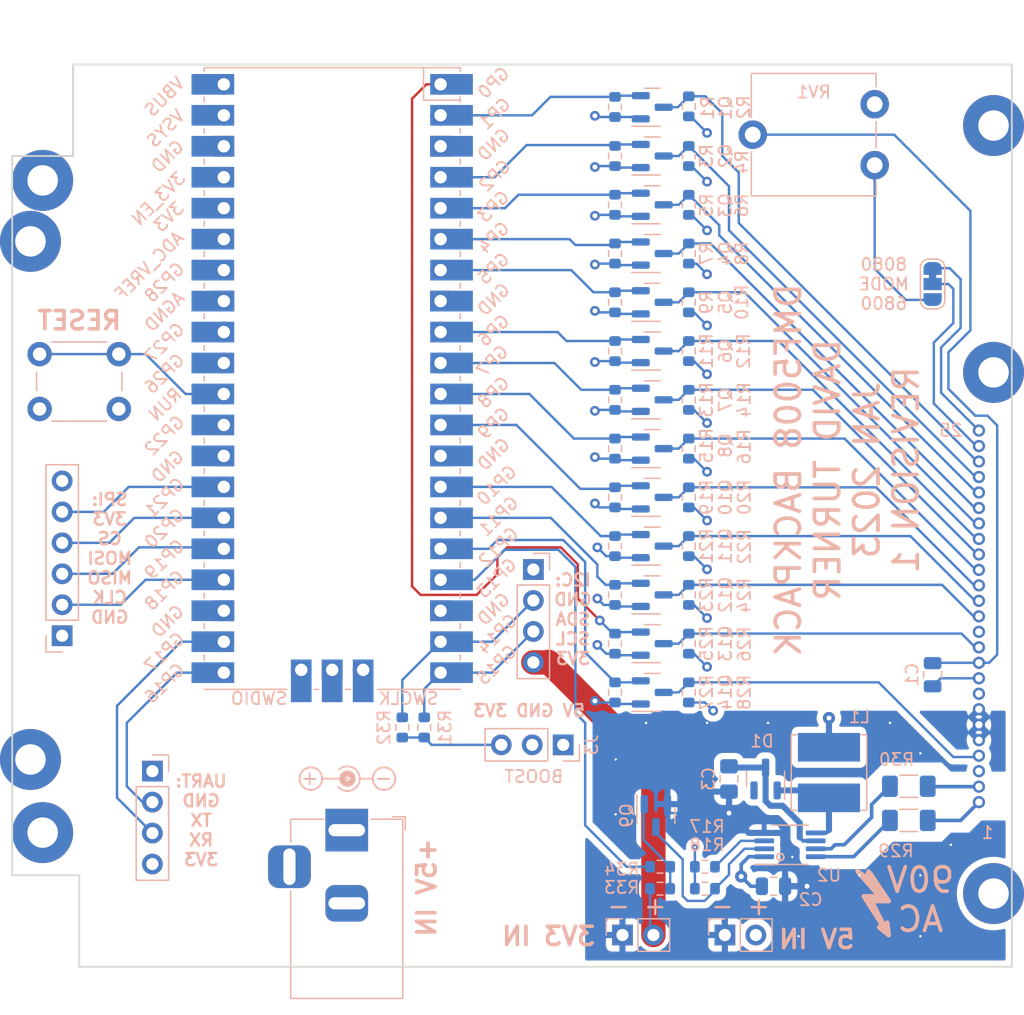
<source format=kicad_pcb>
(kicad_pcb (version 20211014) (generator pcbnew)
  (layers (0 "F.Cu" signal) (1 "In1.Cu" signal) (2 "In2.Cu" signal) (31 "B.Cu" signal) (34 "B.Paste" user) (35 "F.Paste" user) (36 "B.SilkS" user "B.Silkscreen") (37 "F.SilkS" user "F.Silkscreen") (38 "B.Mask" user) (39 "F.Mask" user) (44 "Edge.Cuts" user))
  (net 0 "")
  (net 1 "/V0")
  (net 2 "GND")
  (net 3 "+5V")
  (net 4 "/EL_A")
  (net 5 "/EL_B")
  (net 6 "/LCD_5V_RES")
  (net 7 "/LCD_5V_CS")
  (net 8 "/LCD_5V_D7")
  (net 9 "/LCD_5V_D6")
  (net 10 "/LCD_5V_D5")
  (net 11 "/LCD_5V_D4")
  (net 12 "/LCD_5V_D3")
  (net 13 "/LCD_5V_D2")
  (net 14 "/LCD_5V_D1")
  (net 15 "/LCD_5V_D0")
  (net 16 "/LCD_5V_RD")
  (net 17 "/LCD_5V_WR")
  (net 18 "/LCD_5V_A0")
  (net 19 "+3V3")
  (net 20 "/LCD_RES")
  (net 21 "/LCD_D2")
  (net 22 "/LCD_CS")
  (net 23 "Net-(JP1-Pad2)")
  (net 24 "/LCD_D1")
  (net 25 "/LCD_D7")
  (net 26 "/LCD_D0")
  (net 27 "/LCD_D6")
  (net 28 "/LCD_RD")
  (net 29 "/LCD_D5")
  (net 30 "/LCD_WR")
  (net 31 "/LCD_D4")
  (net 32 "/LCD_A0")
  (net 33 "/LCD_D3")
  (net 34 "Net-(R17-Pad1)")
  (net 35 "/I2C_SDA")
  (net 36 "/I2C_SCL")
  (net 37 "/UART_TX")
  (net 38 "/UART_RX")
  (net 39 "/SPI_CLK")
  (net 40 "/SPI_MISO")
  (net 41 "/SPI_MOSI")
  (net 42 "/SPI_CS")
  (net 44 "/RUN")
  (net 54 "/EL_ENABLE")
  (net 55 "Net-(C3-Pad1)")
  (net 56 "Net-(D1-Pad1)")
  (net 59 "Net-(Q9-Pad1)")
  (net 60 "Net-(R29-Pad1)")
  (net 61 "Net-(R30-Pad1)")
  (net 62 "Net-(Q9-Pad3)")
  (footprint "footprints:lcd_full" (layer "B.Cu") (at 185 135 180)
    (fp_text reference "P1" hide)
    (fp_text value "CONN_01X25" hide)
  )
  (footprint "Package_TO_SOT_SMD:SOT-23" (layer "B.Cu") (at 155.5 92.5)
    (fp_text reference "Q8")
    (fp_text value "BSS138")
  )
  (footprint "Resistor_SMD:R_0603_1608Metric" (layer "B.Cu") (at 152.45 100.5 90)
    (fp_text reference "R21")
    (fp_text value "10k")
  )
  (footprint "Package_TO_SOT_SMD:SOT-23" (layer "B.Cu") (at 155.8 122.6 -90)
    (fp_text reference "Q9")
    (fp_text value "BSS138")
  )
  (footprint "Button_Switch_THT:SW_PUSH_6mm" (layer "B.Cu") (at 105.25 89.25)
    (fp_text reference "SW1" hide)
    (fp_text value "RESET")
  )
  (footprint "Resistor_SMD:R_0603_1608Metric" (layer "B.Cu") (at 152.45 68.5 90)
    (fp_text reference "R3")
    (fp_text value "10k")
  )
  (footprint "Resistor_SMD:R_0603_1608Metric" (layer "B.Cu") (at 158.5 68.5 90)
    (fp_text reference "R4")
    (fp_text value "10k")
  )
  (footprint "Resistor_SMD:R_0603_1608Metric" (layer "B.Cu") (at 158.5 112.5 90)
    (fp_text reference "R28")
    (fp_text value "10k")
  )
  (footprint "Resistor_SMD:R_0603_1608Metric" (layer "B.Cu") (at 156.15 126.8 180)
    (fp_text reference "R34")
    (fp_text value "1k")
  )
  (footprint "Connector_PinHeader_2.54mm:PinHeader_1x04_P2.54mm_Vertical" (layer "B.Cu") (at 145.75 102.42 180)
    (fp_text reference "J6" hide)
    (fp_text value "CONN_I2C")
  )
  (footprint "Resistor_SMD:R_0603_1608Metric" (layer "B.Cu") (at 152.45 76.5 90)
    (fp_text reference "R7")
    (fp_text value "10k")
  )
  (footprint "Connector_PinHeader_2.54mm:PinHeader_1x02_P2.54mm_Vertical" (layer "B.Cu") (at 161.46 132.4 -90)
    (fp_text reference "J1" hide)
    (fp_text value "5V IN")
  )
  (footprint "Connector_BarrelJack:BarrelJack_Horizontal" (layer "B.Cu") (at 130.4425 123.8 90)
    (fp_text reference "J4" hide)
    (fp_text value "Barrel_Jack_Switch" hide)
  )
  (footprint "Resistor_SMD:R_0603_1608Metric" (layer "B.Cu") (at 158.5 104.5 90)
    (fp_text reference "R24")
    (fp_text value "10k")
  )
  (footprint "Resistor_SMD:R_0603_1608Metric" (layer "B.Cu") (at 158.5 100.5 90)
    (fp_text reference "R22")
    (fp_text value "10k")
  )
  (footprint "Resistor_SMD:R_0603_1608Metric" (layer "B.Cu") (at 152.45 108.5 90)
    (fp_text reference "R25")
    (fp_text value "10k")
  )
  (footprint "Package_TO_SOT_SMD:SOT-23" (layer "B.Cu") (at 155.5 80.5)
    (fp_text reference "Q5")
    (fp_text value "BSS138")
  )
  (footprint "Resistor_SMD:R_0603_1608Metric" (layer "B.Cu") (at 158.5 80.5 90)
    (fp_text reference "R10")
    (fp_text value "10k")
  )
  (footprint "Resistor_SMD:R_0603_1608Metric" (layer "B.Cu") (at 159.825 128.6)
    (fp_text reference "R18")
    (fp_text value "330k")
  )
  (footprint "Resistor_SMD:R_0603_1608Metric" (layer "B.Cu") (at 136.8 115.375 90)
    (fp_text reference "R31")
    (fp_text value "10k")
  )
  (footprint "Capacitor_SMD:C_0805_2012Metric" (layer "B.Cu") (at 165.45 128.4)
    (fp_text reference "C2")
    (fp_text value "2u2")
  )
  (footprint "Package_TO_SOT_SMD:SOT-23" (layer "B.Cu") (at 155.5 64.5)
    (fp_text reference "Q1")
    (fp_text value "BSS138")
  )
  (footprint "Resistor_SMD:R_0603_1608Metric" (layer "B.Cu") (at 156.15 128.6)
    (fp_text reference "R33")
    (fp_text value "10k")
  )
  (footprint "Resistor_SMD:R_0603_1608Metric" (layer "B.Cu") (at 152.45 88.5 90)
    (fp_text reference "R13")
    (fp_text value "10k")
  )
  (footprint "Connector_PinHeader_2.54mm:PinHeader_1x06_P2.54mm_Vertical" (layer "B.Cu") (at 107.1 107.85)
    (fp_text reference "J5" hide)
    (fp_text value "CONN_SPI")
  )
  (footprint "Package_TO_SOT_SMD:SOT-23" (layer "B.Cu") (at 155.5 88.5)
    (fp_text reference "Q7")
    (fp_text value "BSS138")
  )
  (footprint "Resistor_SMD:R_0603_1608Metric" (layer "B.Cu") (at 152.45 92.5 90)
    (fp_text reference "R15")
    (fp_text value "10k")
  )
  (footprint "Package_TO_SOT_SMD:SOT-23" (layer "B.Cu") (at 155.5 72.5)
    (fp_text reference "Q3")
    (fp_text value "BSS138")
  )
  (footprint "Resistor_SMD:R_1206_3216Metric_Pad1.30x1.75mm_HandSolder" (layer "B.Cu") (at 176.55 120.2)
    (fp_text reference "R30")
    (fp_text value "0R")
  )
  (footprint "Resistor_SMD:R_1206_3216Metric_Pad1.30x1.75mm_HandSolder" (layer "B.Cu") (at 176.55 123)
    (fp_text reference "R29")
    (fp_text value "0R")
  )
  (footprint "Resistor_SMD:R_0603_1608Metric" (layer "B.Cu") (at 158.5 64.425 90)
    (fp_text reference "R2")
    (fp_text value "10k")
  )
  (footprint "Resistor_SMD:R_0603_1608Metric" (layer "B.Cu") (at 152.45 80.5 90)
    (fp_text reference "R9")
    (fp_text value "10k")
  )
  (footprint "Resistor_SMD:R_0603_1608Metric" (layer "B.Cu") (at 158.5 72.5 90)
    (fp_text reference "R6")
    (fp_text value "10k")
  )
  (footprint "Package_TO_SOT_SMD:SOT-23" (layer "B.Cu") (at 155.5 76.5)
    (fp_text reference "Q4")
    (fp_text value "BSS138")
  )
  (footprint "Package_TO_SOT_SMD:SOT-23" (layer "B.Cu") (at 155.5 68.5)
    (fp_text reference "Q2")
    (fp_text value "BSS138")
  )
  (footprint "Connector_PinHeader_2.54mm:PinHeader_1x03_P2.54mm_Vertical" (layer "B.Cu") (at 148.2 116.8 90)
    (fp_text reference "J3")
    (fp_text value "BOOST")
  )
  (footprint "Capacitor_SMD:C_0805_2012Metric" (layer "B.Cu") (at 178.5 111.05 -90)
    (fp_text reference "C1")
    (fp_text value "1uF")
  )
  (footprint "Package_TO_SOT_SMD:SOT-23" (layer "B.Cu") (at 155.5 100.5)
    (fp_text reference "Q11")
    (fp_text value "BSS138")
  )
  (footprint "Symbol:Symbol_Barrel_Polarity" (layer "B.Cu") (at 130.5 119.5 180)
    (fp_text reference "SYM2" hide)
    (fp_text value "Fiducial")
  )
  (footprint "Resistor_SMD:R_0603_1608Metric" (layer "B.Cu") (at 158.5 108.5 90)
    (fp_text reference "R26")
    (fp_text value "10k")
  )
  (footprint "Resistor_SMD:R_0603_1608Metric" (layer "B.Cu") (at 152.45 64.475 90)
    (fp_text reference "R1")
    (fp_text value "10k")
  )
  (footprint "Potentiometer_THT:Potentiometer_ACP_CA9-V10_Vertical" (layer "B.Cu") (at 173.75 69.25 180)
    (fp_text reference "RV1")
    (fp_text value "10k TRIM")
  )
  (footprint "Capacitor_SMD:C_0805_2012Metric_Pad1.18x1.45mm_HandSolder" (layer "B.Cu") (at 161.8 119.6 -90)
    (fp_text reference "C3")
    (fp_text value "2.7n C0G 200V")
  )
  (footprint "Resistor_SMD:R_0603_1608Metric" (layer "B.Cu") (at 158.5 92.5 90)
    (fp_text reference "R16")
    (fp_text value "10k")
  )
  (footprint "Resistor_SMD:R_0603_1608Metric" (layer "B.Cu") (at 159.825 126.8 180)
    (fp_text reference "R17")
    (fp_text value "680k")
  )
  (footprint "Symbol:Symbol_Highvoltage_Type2_CopperTop_Small" (layer "B.Cu") (at 173.5 130.5 180)
    (fp_text reference "SYM1" hide)
    (fp_text value "SYM_Flash_Large")
  )
  (footprint "Package_TO_SOT_SMD:SOT-23" (layer "B.Cu") (at 155.5 112.5)
    (fp_text reference "Q14")
    (fp_text value "BSS138")
  )
  (footprint "Resistor_SMD:R_0603_1608Metric" (layer "B.Cu") (at 152.45 104.5 90)
    (fp_text reference "R23")
    (fp_text value "10k")
  )
  (footprint "Resistor_SMD:R_0603_1608Metric" (layer "B.Cu") (at 152.45 84.5 90)
    (fp_text reference "R11")
    (fp_text value "10k")
  )
  (footprint "Resistor_SMD:R_0603_1608Metric" (layer "B.Cu") (at 158.5 84.5 90)
    (fp_text reference "R12")
    (fp_text value "10k")
  )
  (footprint "Connector_PinHeader_2.54mm:PinHeader_1x04_P2.54mm_Vertical" (layer "B.Cu") (at 114.5 118.96 180)
    (fp_text reference "J7" hide)
    (fp_text value "CONN_UART")
  )
  (footprint "Package_TO_SOT_SMD:SOT-23" (layer "B.Cu") (at 155.5 84.5)
    (fp_text reference "Q6")
    (fp_text value "BSS138")
  )
  (footprint "Package_TO_SOT_SMD:SOT-23" (layer "B.Cu") (at 155.5 108.5)
    (fp_text reference "Q13")
    (fp_text value "BSS138")
  )
  (footprint "Resistor_SMD:R_0603_1608Metric" (layer "B.Cu") (at 158.5 76.5 90)
    (fp_text reference "R8")
    (fp_text value "10k")
  )
  (footprint "Connector_PinHeader_2.54mm:PinHeader_1x02_P2.54mm_Vertical" (layer "B.Cu") (at 153.06 132.4 -90)
    (fp_text reference "J2" hide)
    (fp_text value "3V3 IN")
  )
  (footprint "Jumper:SolderJumper-3_P1.3mm_Bridged12_RoundedPad1.0x1.5mm_NumberLabels" (layer "B.Cu") (at 178.5 79 -90)
    (fp_text reference "JP1" hide)
    (fp_text value "SEL1")
  )
  (footprint "rp:RPi_Pico_SMD_TH" (layer "B.Cu") (at 129.25 86.75 180)
    (fp_text reference "U1" hide)
    (fp_text value "Pico")
  )
  (footprint "Package_TO_SOT_SMD:SOT-23" (layer "B.Cu") (at 155.5 104.5)
    (fp_text reference "Q12")
    (fp_text value "BSS138")
  )
  (footprint "Resistor_SMD:R_0603_1608Metric" (layer "B.Cu") (at 152.45 72.5 90)
    (fp_text reference "R5")
    (fp_text value "10k")
  )
  (footprint "Resistor_SMD:R_0603_1608Metric" (layer "B.Cu") (at 152.45 96.5 90)
    (fp_text reference "R19")
    (fp_text value "10k")
  )
  (footprint "Inductor_SMD:L_Bourns_SRN6045TA" (layer "B.Cu") (at 170 119.075 -90)
    (fp_text reference "L1")
    (fp_text value "Bourns SDR0604-221KL")
  )
  (footprint "Resistor_SMD:R_0603_1608Metric" (layer "B.Cu") (at 158.5 88.5 90)
    (fp_text reference "R14")
    (fp_text value "10k")
  )
  (footprint "Package_TO_SOT_SMD:SOT-23" (layer "B.Cu") (at 164.8 119.6 90)
    (fp_text reference "D1")
    (fp_text value "BAS20")
  )
  (footprint "Resistor_SMD:R_0603_1608Metric" (layer "B.Cu") (at 158.5 96.5 90)
    (fp_text reference "R20")
    (fp_text value "10k")
  )
  (footprint "Resistor_SMD:R_0603_1608Metric" (layer "B.Cu") (at 135 115.375 90)
    (fp_text reference "R32")
    (fp_text value "10k")
  )
  (footprint "Package_SO:MSOP-8_3x3mm_P0.65mm" (layer "B.Cu") (at 166.8 125)
    (fp_text reference "U2")
    (fp_text value "MIC4830")
  )
  (footprint "Package_TO_SOT_SMD:SOT-23" (layer "B.Cu") (at 155.5 96.5)
    (fp_text reference "Q10")
    (fp_text value "BSS138")
  )
  (footprint "Resistor_SMD:R_0603_1608Metric" (layer "B.Cu") (at 152.45 112.5 90)
    (fp_text reference "R27")
    (fp_text value "10k")
  )
  (gr_line (start 108.5 127.5) (end 103 127.5) (layer "Edge.Cuts") (width 0.15))
  (gr_line (start 185 61) (end 185 135) (layer "Edge.Cuts") (width 0.15))
  (gr_line (start 103 68.5) (end 108 68.5) (layer "Edge.Cuts") (width 0.15))
  (gr_line (start 108 68.5) (end 108 61) (layer "Edge.Cuts") (width 0.15))
  (gr_line (start 108.5 135) (end 108.5 127.5) (layer "Edge.Cuts") (width 0.15))
  (gr_line (start 108 61) (end 185 61) (layer "Edge.Cuts") (width 0.15))
  (gr_line (start 185 135) (end 108.5 135) (layer "Edge.Cuts") (width 0.15))
  (gr_line (start 103 127.5) (end 103 68.5) (layer "Edge.Cuts") (width 0.15))
  (gr_text "90V\nAC" (at 177.5 129.5) (layer "B.SilkS") (effects (font (size 2 2) (thickness 0.3)) (justify mirror)))
  (gr_text "UART:\nGND\nTX\nRX\n3V3" (at 118.5 123) (layer "B.SilkS") (effects (font (size 1 1) (thickness 0.2)) (justify mirror)))
  (gr_text "-     +" (at 134.3 119.5) (layer "B.SilkS") (effects (font (size 1.2 1.2)) (justify left mirror)))
  (gr_text "8080\nMODE\n6800" (at 174.5 79) (layer "B.SilkS") (effects (font (size 1 1)) (justify mirror)))
  (gr_text "SPI:\n3V3\nCS\nMOSI\nMISO\nCLK\nGND" (at 111 101.5) (layer "B.SilkS") (effects (font (size 1 1) (thickness 0.2)) (justify mirror)))
  (gr_text "5V GND 3V3" (at 145.4 114) (layer "B.SilkS") (effects (font (size 1 1) (thickness 0.2)) (justify mirror)))
  (gr_text "+ -" (at 154.25 130) (layer "B.SilkS") (effects (font (size 1.5 1.5) (thickness 0.2)) (justify mirror)))
  (gr_text "+ -" (at 162.75 130) (layer "B.SilkS") (effects (font (size 1.5 1.5) (thickness 0.2)) (justify mirror)))
  (gr_text "DMF5008 BACKPACK\nDAVID TURNER\nJAN 2023\nREVISION 1" (at 171.5 94.25 90) (layer "B.SilkS") (effects (font (size 2 2) (thickness 0.3)) (justify mirror)))
  (gr_text "+5V IN" (at 137 128.5 90) (layer "B.SilkS") (effects (font (size 1.5 1.5) (thickness 0.3)) (justify mirror)))
  (gr_text "I2C:\nGND\nSDA\nSCL\n3V3" (at 149 106.5) (layer "B.SilkS") (effects (font (size 1 1) (thickness 0.2)) (justify mirror)))
  (segment (start 182 89.8) (end 179.8 87.6) (width 0.2) (layer "B.Cu") (net 1))
  (segment (start 178.53 110.07) (end 182.3 110.07) (width 0.2) (layer "B.Cu") (net 1))
  (segment (start 179.8 87.6) (end 179.8 84.6) (width 0.2) (layer "B.Cu") (net 1))
  (segment (start 179.8 84.6) (end 181.6 82.8) (width 0.2) (layer "B.Cu") (net 1))
  (segment (start 182.3 110.07) (end 183.13 110.07) (width 0.2) (layer "B.Cu") (net 1))
  (segment (start 178.5 110.1) (end 178.53 110.07) (width 0.2) (layer "B.Cu") (net 1))
  (segment (start 175.35 66.75) (end 181.6 73) (width 0.2) (layer "B.Cu") (net 1))
  (segment (start 181.6 82.8) (end 181.6 73) (width 0.2) (layer "B.Cu") (net 1))
  (segment (start 183 89.8) (end 182 89.8) (width 0.2) (layer "B.Cu") (net 1))
  (segment (start 183.8 90.6) (end 183 89.8) (width 0.2) (layer "B.Cu") (net 1))
  (segment (start 163.75 66.75) (end 175.35 66.75) (width 0.2) (layer "B.Cu") (net 1))
  (segment (start 183.8 109.4) (end 183.8 90.6) (width 0.2) (layer "B.Cu") (net 1))
  (segment (start 183.13 110.07) (end 183.8 109.4) (width 0.2) (layer "B.Cu") (net 1))
  (via (at 160 115) (size 0.45) (drill 0.2) (layers "F.Cu" "B.Cu") (net 2))
  (via (at 165 115) (size 0.45) (drill 0.2) (layers "F.Cu" "B.Cu") (net 2))
  (via (at 172.5 127.5) (size 0.45) (drill 0.2) (layers "F.Cu" "B.Cu") (net 2))
  (via (at 168.2 128.4) (size 1) (drill 0.4) (layers "F.Cu" "B.Cu") (net 2))
  (via (at 180 125) (size 0.45) (drill 0.2) (layers "F.Cu" "B.Cu") (net 2))
  (via (at 152.5 122.5) (size 0.45) (drill 0.2) (layers "F.Cu" "B.Cu") (net 2))
  (via (at 177.5 117.5) (size 0.45) (drill 0.2) (layers "F.Cu" "B.Cu") (net 2))
  (via (at 152.5 118) (size 0.45) (drill 0.2) (layers "F.Cu" "B.Cu") (net 2))
  (via (at 175 115) (size 0.45) (drill 0.2) (layers "F.Cu" "B.Cu") (net 2))
  (via (at 161.8 122.4) (size 1) (drill 0.4) (layers "F.Cu" "B.Cu") (net 2))
  (via (at 177.5 127.5) (size 0.45) (drill 0.2) (layers "F.Cu" "B.Cu") (net 2))
  (via (at 167 126) (size 0.45) (drill 0.2) (layers "F.Cu" "B.Cu") (net 2))
  (via (at 167.5 132.5) (size 0.45) (drill 0.2) (layers "F.Cu" "B.Cu") (net 2))
  (via (at 177.5 132.5) (size 0.45) (drill 0.2) (layers "F.Cu" "B.Cu") (net 2))
  (via (at 155 115) (size 0.45) (drill 0.2) (layers "F.Cu" "B.Cu") (net 2))
  (segment (start 166.175 124.025) (end 166.2 124) (width 0.5) (layer "B.Cu") (net 2))
  (segment (start 156.8 121.7125) (end 156.8 122.2) (width 0.2) (layer "B.Cu") (net 2))
  (segment (start 156.75 120.25) (end 156.5 120) (width 0.2) (layer "B.Cu") (net 2))
  (segment (start 165 116.25) (end 166.25 117.5) (width 0.2) (layer "B.Cu") (net 2))
  (segment (start 166.25 117.5) (end 166.25 118.75) (width 0.2) (layer "B.Cu") (net 2))
  (segment (start 153.5 120) (end 152.5 121) (width 0.2) (layer "B.Cu") (net 2))
  (segment (start 166 134) (end 167.5 132.5) (width 0.2) (layer "B.Cu") (net 2))
  (segment (start 161.8 120.6375) (end 161.8 122.4) (width 0.5) (layer "B.Cu") (net 2))
  (segment (start 156.5 120) (end 153.5 120) (width 0.2) (layer "B.Cu") (net 2))
  (segment (start 180.8 82.6) (end 179.2 84.2) (width 0.2) (layer "B.Cu") (net 2))
  (segment (start 179.9 77.7) (end 180.8 78.6) (width 0.2) (layer "B.Cu") (net 2))
  (segment (start 175 117.25) (end 177.25 117.25) (width 0.2) (layer "B.Cu") (net 2))
  (segment (start 164.6875 124.025) (end 166.175 124.025) (width 0.5) (layer "B.Cu") (net 2))
  (segment (start 164.6875 124.025) (end 163.425 124.025) (width 0.5) (layer "B.Cu") (net 2))
  (segment (start 179.2 87.92) (end 182.3 91.02) (width 0.2) (layer "B.Cu") (net 2))
  (segment (start 166.2 124) (end 166.2 125.2) (width 0.3) (layer "B.Cu") (net 2))
  (segment (start 177.5 127.5) (end 180 125) (width 0.2) (layer "B.Cu") (net 2))
  (segment (start 166.4 128.4) (end 168.2 128.4) (width 0.5) (layer "B.Cu") (net 2))
  (segment (start 156.75 121.6625) (end 156.75 120.25) (width 0.2) (layer "B.Cu") (net 2))
  (segment (start 152.5 117.5) (end 155 115) (width 0.2) (layer "B.Cu") (net 2))
  (segment (start 155 115) (end 160 115) (width 0.2) (layer "B.Cu") (net 2))
  (segment (start 174 118.25) (end 175 117.25) (width 0.2) (layer "B.Cu") (net 2))
  (segment (start 157 122.4) (end 161.8 122.4) (width 0.2) (layer "B.Cu") (net 2))
  (segment (start 180.8 78.6) (end 180.8 82.6) (width 0.2) (layer "B.Cu") (net 2))
  (segment (start 166.5 119) (end 173.25 119) (width 0.2) (layer "B.Cu") (net 2))
  (segment (start 173.25 119) (end 174 118.25) (width 0.2) (layer "B.Cu") (net 2))
  (segment (start 177.5 127.5) (end 172.5 127.5) (width 0.2) (layer "B.Cu") (net 2))
  (segment (start 161.46 132.4) (end 161.46 133.86) (width 0.2) (layer "B.Cu") (net 2))
  (segment (start 161.6 134) (end 165.4 134) (width 0.2) (layer "B.Cu") (net 2))
  (segment (start 177.5 132.5) (end 177.5 127.5) (width 0.2) (layer "B.Cu") (net 2))
  (segment (start 167.5 132.5) (end 177.5 132.5) (width 0.2) (layer "B.Cu") (net 2))
  (segment (start 165 115) (end 165 116.25) (width 0.2) (layer "B.Cu") (net 2))
  (segment (start 160 115) (end 165 115) (width 0.2) (layer "B.Cu") (net 2))
  (segment (start 163.425 124.025) (end 161.8 122.4) (width 0.5) (layer "B.Cu") (net 2))
  (segment (start 178.5 112) (end 179.16 111.34) (width 0.2) (layer "B.Cu") (net 2))
  (segment (start 156.75 121.6625) (end 156.8 121.7125) (width 0.2) (layer "B.Cu") (net 2))
  (segment (start 152.5 121) (end 152.5 122.5) (width 0.2) (layer "B.Cu") (net 2))
  (segment (start 178.5 77.7) (end 179.9 77.7) (width 0.2) (layer "B.Cu") (net 2))
  (segment (start 166.2 125.2) (end 167 126) (width 0.3) (layer "B.Cu") (net 2))
  (segment (start 179.16 111.34) (end 182.3 111.34) (width 0.2) (layer "B.Cu") (net 2))
  (segment (start 156.8 122.2) (end 157 122.4) (width 0.2) (layer "B.Cu") (net 2))
  (segment (start 177.25 117.25) (end 177.5 117.5) (width 0.2) (layer "B.Cu") (net 2))
  (segment (start 152.5 118) (end 152.5 117.5) (width 0.2) (layer "B.Cu") (net 2))
  (segment (start 161.46 133.86) (end 161.6 134) (width 0.2) (layer "B.Cu") (net 2))
  (segment (start 152.5 122.5) (end 152.5 118) (width 0.2) (layer "B.Cu") (net 2))
  (segment (start 166.25 118.75) (end 166.5 119) (width 0.2) (layer "B.Cu") (net 2))
  (segment (start 175 117.25) (end 175 115) (width 0.2) (layer "B.Cu") (net 2))
  (segment (start 165.4 134) (end 166 134) (width 0.2) (layer "B.Cu") (net 2))
  (segment (start 179.2 84.2) (end 179.2 87.92) (width 0.2) (layer "B.Cu") (net 2))
  (via (at 159 125.2) (size 0.45) (drill 0.2) (layers "F.Cu" "B.Cu") (net 3))
  (via (at 160 94.4) (size 0.8) (drill 0.4) (layers "F.Cu" "B.Cu") (net 3))
  (via (at 170 114.6) (size 1) (drill 0.4) (layers "F.Cu" "B.Cu") (net 3))
  (via (at 160 78.2) (size 0.8) (drill 0.4) (layers "F.Cu" "B.Cu") (net 3))
  (via (at 160 110.4) (size 0.8) (drill 0.4) (layers "F.Cu" "B.Cu") (net 3))
  (via (at 160 74.6) (size 0.8) (drill 0.4) (layers "F.Cu" "B.Cu") (net 3))
  (via (at 160 82.4) (size 0.8) (drill 0.4) (layers "F.Cu" "B.Cu") (net 3))
  (via (at 160.5 114) (size 0.8) (drill 0.4) (layers "F.Cu" "B.Cu") (net 3))
  (via (at 160 66.6) (size 0.8) (drill 0.4) (layers "F.Cu" "B.Cu") (net 3))
  (via (at 160 98.4) (size 0.8) (drill 0.4) (layers "F.Cu" "B.Cu") (net 3))
  (via (at 160 106.4) (size 0.8) (drill 0.4) (layers "F.Cu" "B.Cu") (net 3))
  (via (at 160 70.6) (size 0.8) (drill 0.4) (layers "F.Cu" "B.Cu") (net 3))
  (via (at 160 90.4) (size 0.8) (drill 0.4) (layers "F.Cu" "B.Cu") (net 3))
  (via (at 160 102.4) (size 0.8) (drill 0.4) (layers "F.Cu" "B.Cu") (net 3))
  (via (at 162.8 127.6) (size 1) (drill 0.4) (layers "F.Cu" "B.Cu") (net 3))
  (via (at 160 86.4) (size 0.8) (drill 0.4) (layers "F.Cu" "B.Cu") (net 3))
  (segment (start 158.925 93.325) (end 160 94.4) (width 0.2) (layer "B.Cu") (net 3))
  (segment (start 158.5 81.325) (end 158.925 81.325) (width 0.2) (layer "B.Cu") (net 3))
  (segment (start 158.725 69.325) (end 160 70.6) (width 0.2) (layer "B.Cu") (net 3))
  (segment (start 159 126.8) (end 159 125.2) (width 0.2) (layer "B.Cu") (net 3))
  (segment (start 158.5 65.25) (end 158.65 65.25) (width 0.2) (layer "B.Cu") (net 3))
  (segment (start 159.825 113.325) (end 158.5 113.325) (width 0.2) (layer "B.Cu") (net 3))
  (segment (start 158.65 65.25) (end 160 66.6) (width 0.2) (layer "B.Cu") (net 3))
  (segment (start 178.5 80.3) (end 176.3 80.3) (width 0.2) (layer "B.Cu") (net 3))
  (segment (start 158.5 85.325) (end 158.925 85.325) (width 0.2) (layer "B.Cu") (net 3))
  (segment (start 158.5 97.325) (end 158.925 97.325) (width 0.2) (layer "B.Cu") (net 3))
  (segment (start 158.925 89.325) (end 160 90.4) (width 0.2) (layer "B.Cu") (net 3))
  (segment (start 158.5 77.325) (end 159.125 77.325) (width 0.2) (layer "B.Cu") (net 3))
  (segment (start 158.925 109.325) (end 160 110.4) (width 0.2) (layer "B.Cu") (net 3))
  (segment (start 158.925 81.325) (end 160 82.4) (width 0.2) (layer "B.Cu") (net 3))
  (segment (start 163 126.4) (end 162.8 126.6) (width 0.3) (layer "B.Cu") (net 3))
  (segment (start 170 117) (end 170 114.6) (width 0.5) (layer "B.Cu") (net 3))
  (segment (start 158.925 97.325) (end 160 98.4) (width 0.2) (layer "B.Cu") (net 3))
  (segment (start 159 128.6) (end 159 126.8) (width 0.2) (layer "B.Cu") (net 3))
  (segment (start 160.5 114) (end 159.825 113.325) (width 0.2) (layer "B.Cu") (net 3))
  (segment (start 158.5 73.325) (end 158.725 73.325) (width 0.2) (layer "B.Cu") (net 3))
  (segment (start 164.6875 125.975) (end 163.425 125.975) (width 0.3) (layer "B.Cu") (net 3))
  (segment (start 158.5 109.325) (end 158.925 109.325) (width 0.2) (layer "B.Cu") (net 3))
  (segment (start 158.5 93.325) (end 158.925 93.325) (width 0.2) (layer "B.Cu") (net 3))
  (segment (start 159.125 77.325) (end 160 78.2) (width 0.2) (layer "B.Cu") (net 3))
  (segment (start 158.5 69.325) (end 158.725 69.325) (width 0.2) (layer "B.Cu") (net 3))
  (segment (start 158.5 89.325) (end 158.925 89.325) (width 0.2) (layer "B.Cu") (net 3))
  (segment (start 164.5 128.4) (end 163.6 128.4) (width 0.3) (layer "B.Cu") (net 3))
  (segment (start 176.3 80.3) (end 173.75 77.75) (width 0.2) (layer "B.Cu") (net 3))
  (segment (start 158.925 85.325) (end 160 86.4) (width 0.2) (layer "B.Cu") (net 3))
  (segment (start 163.6 128.4) (end 162.8 127.6) (width 0.3) (layer "B.Cu") (net 3))
  (segment (start 163.425 125.975) (end 163 126.4) (width 0.3) (layer "B.Cu") (net 3))
  (segment (start 158.925 101.325) (end 160 102.4) (width 0.2) (layer "B.Cu") (net 3))
  (segment (start 162.8 126.6) (end 162.8 127.6) (width 0.3) (layer "B.Cu") (net 3))
  (segment (start 158.925 105.325) (end 160 106.4) (width 0.2) (layer "B.Cu") (net 3))
  (segment (start 158.5 105.325) (end 158.925 105.325) (width 0.2) (layer "B.Cu") (net 3))
  (segment (start 158.725 73.325) (end 160 74.6) (width 0.2) (layer "B.Cu") (net 3))
  (segment (start 173.75 77.75) (end 173.75 69.25) (width 0.2) (layer "B.Cu") (net 3))
  (segment (start 158.5 101.325) (end 158.925 101.325) (width 0.2) (layer "B.Cu") (net 3))
  (segment (start 182.3 121.5) (end 180.8 123) (width 0.3) (layer "B.Cu") (net 4))
  (segment (start 180.8 123) (end 178.1 123) (width 0.3) (layer "B.Cu") (net 4))
  (segment (start 178.13 120.23) (end 178.1 120.2) (width 0.3) (layer "B.Cu") (net 5))
  (segment (start 182.3 120.23) (end 178.13 120.23) (width 0.3) (layer "B.Cu") (net 5))
  (segment (start 156.4375 112.5) (end 157.675 112.5) (width 0.2) (layer "B.Cu") (net 6))
  (segment (start 174.075 111.675) (end 180.2 117.8) (width 0.2) (layer "B.Cu") (net 6))
  (segment (start 182.19 117.8) (end 182.3 117.69) (width 0.2) (layer "B.Cu") (net 6))
  (segment (start 157.675 112.5) (end 158.5 111.675) (width 0.2) (layer "B.Cu") (net 6))
  (segment (start 180.2 117.8) (end 182.19 117.8) (width 0.2) (layer "B.Cu") (net 6))
  (segment (start 158.5 111.675) (end 174.075 111.675) (width 0.2) (layer "B.Cu") (net 6))
  (segment (start 157.675 108.5) (end 158.5 107.675) (width 0.2) (layer "B.Cu") (net 7))
  (segment (start 180.875 107.675) (end 158.5 107.675) (width 0.2) (layer "B.Cu") (net 7))
  (segment (start 156.4375 108.5) (end 157.675 108.5) (width 0.2) (layer "B.Cu") (net 7))
  (segment (start 182 108.8) (end 180.875 107.675) (width 0.2) (layer "B.Cu") (net 7))
  (segment (start 182.3 108.8) (end 182 108.8) (width 0.2) (layer "B.Cu") (net 7))
  (segment (start 156.4375 104.5) (end 157.675 104.5) (width 0.2) (layer "B.Cu") (net 8))
  (segment (start 181.86 106.26) (end 179.275 103.675) (width 0.2) (layer "B.Cu") (net 8))
  (segment (start 179.275 103.675) (end 158.5 103.675) (width 0.2) (layer "B.Cu") (net 8))
  (segment (start 157.675 104.5) (end 158.5 103.675) (width 0.2) (layer "B.Cu") (net 8))
  (segment (start 182.3 106.26) (end 181.86 106.26) (width 0.2) (layer "B.Cu") (net 8))
  (segment (start 182.3 104.99) (end 181.99 104.99) (width 0.2) (layer "B.Cu") (net 9))
  (segment (start 176.675 99.675) (end 158.5 99.675) (width 0.2) (layer "B.Cu") (net 9))
  (segment (start 156.4375 100.5) (end 157.675 100.5) (width 0.2) (layer "B.Cu") (net 9))
  (segment (start 181.99 104.99) (end 176.675 99.675) (width 0.2) (layer "B.Cu") (net 9))
  (segment (start 157.675 100.5) (end 158.5 99.675) (width 0.2) (layer "B.Cu") (net 9))
  (segment (start 173.875 95.675) (end 158.5 95.675) (width 0.2) (layer "B.Cu") (net 10))
  (segment (start 157.675 96.5) (end 158.5 95.675) (width 0.2) (layer "B.Cu") (net 10))
  (segment (start 156.4375 96.5) (end 157.675 96.5) (width 0.2) (layer "B.Cu") (net 10))
  (segment (start 182.3 103.72) (end 181.92 103.72) (width 0.2) (layer "B.Cu") (net 10))
  (segment (start 181.92 103.72) (end 173.875 95.675) (width 0.2) (layer "B.Cu") (net 10))
  (segment (start 182.05 102.45) (end 171.275 91.675) (width 0.2) (layer "B.Cu") (net 11))
  (segment (start 171.275 91.675) (end 158.5 91.675) (width 0.2) (layer "B.Cu") (net 11))
  (segment (start 182.3 102.45) (end 182.05 102.45) (width 0.2) (layer "B.Cu") (net 11))
  (segment (start 157.675 92.5) (end 158.5 91.675) (width 0.2) (layer "B.Cu") (net 11))
  (segment (start 156.4375 92.5) (end 157.675 92.5) (width 0.2) (layer "B.Cu") (net 11))
  (segment (start 157.675 88.5) (end 158.5 87.675) (width 0.2) (layer "B.Cu") (net 12))
  (segment (start 182.18 101.18) (end 168.675 87.675) (width 0.2) (layer "B.Cu") (net 12))
  (segment (start 168.675 87.675) (end 158.5 87.675) (width 0.2) (layer "B.Cu") (net 12))
  (segment (start 182.3 101.18) (end 182.18 101.18) (width 0.2) (layer "B.Cu") (net 12))
  (segment (start 156.4375 88.5) (end 157.675 88.5) (width 0.2) (layer "B.Cu") (net 12))
  (segment (start 157.675 84.5) (end 158.5 83.675) (width 0.2) (layer "B.Cu") (net 13))
  (segment (start 182.3 99.91) (end 182.11 99.91) (width 0.2) (layer "B.Cu") (net 13))
  (segment (start 165.875 83.675) (end 158.5 83.675) (width 0.2) (layer "B.Cu") (net 13))
  (segment (start 182.11 99.91) (end 165.875 83.675) (width 0.2) (layer "B.Cu") (net 13))
  (segment (start 156.4375 84.5) (end 157.675 84.5) (width 0.2) (layer "B.Cu") (net 13))
  (segment (start 163.075 79.675) (end 158.5 79.675) (width 0.2) (layer "B.Cu") (net 14))
  (segment (start 182.3 98.64) (end 182.04 98.64) (width 0.2) (layer "B.Cu") (net 14))
  (segment (start 156.4375 80.5) (end 157.675 80.5) (width 0.2) (layer "B.Cu") (net 14))
  (segment (start 182.04 98.64) (end 163.075 79.675) (width 0.2) (layer "B.Cu") (net 14))
  (segment (start 157.675 80.5) (end 158.5 79.675) (width 0.2) (layer "B.Cu") (net 14))
  (segment (start 157.675 76.5) (end 158.5 75.675) (width 0.2) (layer "B.Cu") (net 15))
  (segment (start 181.97 97.37) (end 160.275 75.675) (width 0.2) (layer "B.Cu") (net 15))
  (segment (start 156.4375 76.5) (end 157.675 76.5) (width 0.2) (layer "B.Cu") (net 15))
  (segment (start 160.275 75.675) (end 158.5 75.675) (width 0.2) (layer "B.Cu") (net 15))
  (segment (start 182.3 97.37) (end 181.97 97.37) (width 0.2) (layer "B.Cu") (net 15))
  (segment (start 161 75) (end 161 74.175) (width 0.2) (layer "B.Cu") (net 16))
  (segment (start 157.675 72.5) (end 158.5 71.675) (width 0.2) (layer "B.Cu") (net 16))
  (segment (start 182.3 96.1) (end 182.1 96.1) (width 0.2) (layer "B.Cu") (net 16))
  (segment (start 161 74.175) (end 158.5 71.675) (width 0.2) (layer "B.Cu") (net 16))
  (segment (start 182.1 96.1) (end 161 75) (width 0.2) (layer "B.Cu") (net 16))
  (segment (start 156.4375 72.5) (end 157.675 72.5) (width 0.2) (layer "B.Cu") (net 16))
  (segment (start 182.03 94.83) (end 161.8 74.6) (width 0.2) (layer "B.Cu") (net 17))
  (segment (start 161.8 74.6) (end 161.8 70.975) (width 0.2) (layer "B.Cu") (net 17))
  (segment (start 161.8 70.975) (end 158.5 67.675) (width 0.2) (layer "B.Cu") (net 17))
  (segment (start 182.3 94.83) (end 182.03 94.83) (width 0.2) (layer "B.Cu") (net 17))
  (segment (start 156.4375 68.5) (end 157.675 68.5) (width 0.2) (layer "B.Cu") (net 17))
  (segment (start 157.675 68.5) (end 158.5 67.675) (width 0.2) (layer "B.Cu") (net 17))
  (segment (start 162.6 69.85) (end 161.25 68.5) (width 0.2) (layer "B.Cu") (net 18))
  (segment (start 182.3 93.56) (end 182.16 93.56) (width 0.2) (layer "B.Cu") (net 18))
  (segment (start 182.16 93.56) (end 162.6 74) (width 0.2) (layer "B.Cu") (net 18))
  (segment (start 156.4375 64.5) (end 157.6 64.5) (width 0.2) (layer "B.Cu") (net 18))
  (segment (start 157.6 64.5) (end 158.5 63.6) (width 0.2) (layer "B.Cu") (net 18))
  (segment (start 161.25 68.5) (end 161.25 65) (width 0.2) (layer "B.Cu") (net 18))
  (segment (start 159.85 63.6) (end 158.5 63.6) (width 0.2) (layer "B.Cu") (net 18))
  (segment (start 161.25 65) (end 159.85 63.6) (width 0.2) (layer "B.Cu") (net 18))
  (segment (start 162.6 74) (end 162.6 69.85) (width 0.2) (layer "B.Cu") (net 18))
  (segment (start 146.96 110.04) (end 147 110) (width 2) (layer "F.Cu") (net 19))
  (segment (start 155.6 132.4) (end 155.6 118.6) (width 2) (layer "F.Cu") (net 19))
  (segment (start 155.6 118.6) (end 147 110) (width 2) (layer "F.Cu") (net 19))
  (segment (start 145.75 110.04) (end 146.96 110.04) (width 2) (layer "F.Cu") (net 19))
  (via (at 150.8 97) (size 0.8) (drill 0.4) (layers "F.Cu" "B.Cu") (net 19))
  (via (at 150.8 65.2) (size 0.8) (drill 0.4) (layers "F.Cu" "B.Cu") (net 19))
  (via (at 150.8 85.4) (size 0.8) (drill 0.4) (layers "F.Cu" "B.Cu") (net 19))
  (via (at 150.8 113.2) (size 0.8) (drill 0.4) (layers "F.Cu" "B.Cu") (net 19))
  (via (at 150.8 73.4) (size 0.8) (drill 0.4) (layers "F.Cu" "B.Cu") (net 19))
  (via (at 151 104.8) (size 0.8) (drill 0.4) (layers "F.Cu" "B.Cu") (net 19))
  (via (at 150.8 77.4) (size 0.8) (drill 0.4) (layers "F.Cu" "B.Cu") (net 19))
  (via (at 150.8 81.2) (size 0.8) (drill 0.4) (layers "F.Cu" "B.Cu") (net 19))
  (via (at 151 108.6) (size 0.8) (drill 0.4) (layers "F.Cu" "B.Cu") (net 19))
  (via (at 150.8 69.4) (size 0.8) (drill 0.4) (layers "F.Cu" "B.Cu") (net 19))
  (via (at 151 100.6) (size 0.8) (drill 0.4) (layers "F.Cu" "B.Cu") (net 19))
  (via (at 150.8 89.4) (size 0.8) (drill 0.4) (layers "F.Cu" "B.Cu") (net 19))
  (via (at 150.8 93.2) (size 0.8) (drill 0.4) (layers "F.Cu" "B.Cu") (net 19))
  (segment (start 152.45 69.325) (end 150.875 69.325) (width 0.2) (layer "B.Cu") (net 19))
  (segment (start 152.45 81.325) (end 150.925 81.325) (width 0.2) (layer "B.Cu") (net 19))
  (segment (start 152.575 73.45) (end 152.45 73.325) (width 0.2) (layer "B.Cu") (net 19))
  (segment (start 152.575 97.45) (end 152.45 97.325) (width 0.2) (layer "B.Cu") (net 19))
  (segment (start 154.5625 109.45) (end 152.575 109.45) (width 0.2) (layer "B.Cu") (net 19))
  (segment (start 152.575 109.45) (end 152.45 109.325) (width 0.2) (layer "B.Cu") (net 19))
  (segment (start 152.45 93.325) (end 150.925 93.325) (width 0.2) (layer "B.Cu") (net 19))
  (segment (start 150.875 69.325) (end 150.8 69.4) (width 0.2) (layer "B.Cu") (net 19))
  (segment (start 152.575 101.45) (end 152.45 101.325) (width 0.2) (layer "B.Cu") (net 19))
  (segment (start 136.8 116.2) (end 137.4 116.8) (width 0.2) (layer "B.Cu") (net 19))
  (segment (start 150.925 113.325) (end 150.8 113.2) (width 0.2) (layer "B.Cu") (net 19))
  (segment (start 152.45 65.3) (end 150.9 65.3) (width 0.2) (layer "B.Cu") (net 19))
  (segment (start 152.575 89.45) (end 152.45 89.325) (width 0.2) (layer "B.Cu") (net 19))
  (segment (start 151.125 97.325) (end 150.8 97) (width 0.2) (layer "B.Cu") (net 19))
  (segment (start 152.45 73.325) (end 150.875 73.325) (width 0.2) (layer "B.Cu") (net 19))
  (segment (start 152.575 113.45) (end 152.45 113.325) (width 0.2) (layer "B.Cu") (net 19))
  (segment (start 137.4 116.8) (end 143.12 116.8) (width 0.2) (layer "B.Cu") (net 19))
  (segment (start 154.5625 93.45) (end 152.575 93.45) (width 0.2) (layer "B.Cu") (net 19))
  (segment (start 152.45 77.325) (end 150.875 77.325) (width 0.2) (layer "B.Cu") (net 19))
  (segment (start 152.45 85.325) (end 150.875 85.325) (width 0.2) (layer "B.Cu") (net 19))
  (segment (start 152.575 85.45) (end 152.45 85.325) (width 0.2) (layer "B.Cu") (net 19))
  (segment (start 150.875 89.325) (end 150.8 89.4) (width 0.2) (layer "B.Cu") (net 19))
  (segment (start 154.5625 73.45) (end 152.575 73.45) (width 0.2) (layer "B.Cu") (net 19))
  (segment (start 151.525 105.325) (end 151 104.8) (width 0.2) (layer "B.Cu") (net 19))
  (segment (start 152.45 101.325) (end 151.725 101.325) (width 0.2) (layer "B.Cu") (net 19))
  (segment (start 154.5625 97.45) (end 152.575 97.45) (width 0.2) (layer "B.Cu") (net 19))
  (segment (start 154.5625 89.45) (end 152.575 89.45) (width 0.2) (layer "B.Cu") (net 19))
  (segment (start 154.5625 77.45) (end 152.575 77.45) (width 0.2) (layer "B.Cu") (net 19))
  (segment (start 155.325 132.125) (end 155.325 128.6) (width 0.2) (layer "B.Cu") (net 19))
  (segment (start 152.575 105.45) (end 152.45 105.325) (width 0.2) (layer "B.Cu") (net 19))
  (segment (start 150.925 81.325) (end 150.8 81.2) (width 0.2) (layer "B.Cu") (net 19))
  (segment (start 154.5625 105.45) (end 152.575 105.45) (width 0.2) (layer "B.Cu") (net 19))
  (segment (start 154.5625 69.45) (end 152.575 69.45) (width 0.2) (layer "B.Cu") (net 19))
  (segment (start 152.45 109.325) (end 151.725 109.325) (width 0.2) (layer "B.Cu") (net 19))
  (segment (start 150.875 77.325) (end 150.8 77.4) (width 0.2) (layer "B.Cu") (net 19))
  (segment (start 154.5625 113.45) (end 152.575 113.45) (width 0.2) (layer "B.Cu") (net 19))
  (segment (start 150.875 73.325) (end 150.8 73.4) (width 0.2) (layer "B.Cu") (net 19))
  (segment (start 150.925 93.325) (end 150.8 93.2) (width 0.2) (layer "B.Cu") (net 19))
  (segment (start 152.575 69.45) (end 152.45 69.325) (width 0.2) (layer "B.Cu") (net 19))
  (segment (start 151.725 109.325) (end 151 108.6) (width 0.2) (layer "B.Cu") (net 19))
  (segment (start 154.5625 81.45) (end 152.575 81.45) (width 0.2) (layer "B.Cu") (net 19))
  (segment (start 152.575 93.45) (end 152.45 93.325) (width 0.2) (layer "B.Cu") (net 19))
  (segment (start 154.5625 101.45) (end 152.575 101.45) (width 0.2) (layer "B.Cu") (net 19))
  (segment (start 155.6 132.4) (end 155.325 132.125) (width 0.2) (layer "B.Cu") (net 19))
  (segment (start 154.5625 85.45) (end 152.575 85.45) (width 0.2) (layer "B.Cu") (net 19))
  (segment (start 150.875 85.325) (end 150.8 85.4) (width 0.2) (layer "B.Cu") (net 19))
  (segment (start 152.45 113.325) (end 150.925 113.325) (width 0.2) (layer "B.Cu") (net 19))
  (segment (start 150.9 65.3) (end 150.8 65.2) (width 0.2) (layer "B.Cu") (net 19))
  (segment (start 135 116.2) (end 136.8 116.2) (width 0.2) (layer "B.Cu") (net 19))
  (segment (start 152.575 77.45) (end 152.45 77.325) (width 0.2) (layer "B.Cu") (net 19))
  (segment (start 152.575 81.45) (end 152.45 81.325) (width 0.2) (layer "B.Cu") (net 19))
  (segment (start 152.45 105.325) (end 151.525 105.325) (width 0.2) (layer "B.Cu") (net 19))
  (segment (start 152.45 89.325) (end 150.875 89.325) (width 0.2) (layer "B.Cu") (net 19))
  (segment (start 151.725 101.325) (end 151 100.6) (width 0.2) (layer "B.Cu") (net 19))
  (segment (start 154.4125 65.3) (end 152.45 65.3) (width 0.2) (layer "B.Cu") (net 19))
  (segment (start 152.45 97.325) (end 151.125 97.325) (width 0.2) (layer "B.Cu") (net 19))
  (segment (start 154.5625 65.45) (end 154.4125 65.3) (width 0.2) (layer "B.Cu") (net 19))
  (segment (start 148.2 100) (end 150 101.8) (width 0.2) (layer "B.Cu") (net 20))
  (segment (start 142.8 100) (end 148.2 100) (width 0.2) (layer "B.Cu") (net 20))
  (segment (start 152.45 111.675) (end 154.4375 111.675) (width 0.2) (layer "B.Cu") (net 20))
  (segment (start 142.08 100.72) (end 142.8 100) (width 0.2) (layer "B.Cu") (net 20))
  (segment (start 150 101.8) (end 150 109.225) (width 0.2) (layer "B.Cu") (net 20))
  (segment (start 154.4375 111.675) (end 154.5625 111.55) (width 0.2) (layer "B.Cu") (net 20))
  (segment (start 150 109.225) (end 152.45 111.675) (width 0.2) (layer "B.Cu") (net 20))
  (segment (start 138.14 100.72) (end 142.08 100.72) (width 0.2) (layer "B.Cu") (net 20))
  (segment (start 148.475 83.675) (end 152.45 83.675) (width 0.2) (layer "B.Cu") (net 21))
  (segment (start 152.575 83.55) (end 152.45 83.675) (width 0.2) (layer "B.Cu") (net 21))
  (segment (start 147.74 82.94) (end 148.475 83.675) (width 0.2) (layer "B.Cu") (net 21))
  (segment (start 154.5625 83.55) (end 152.575 83.55) (width 0.2) (layer "B.Cu") (net 21))
  (segment (start 138.14 82.94) (end 147.74 82.94) (width 0.2) (layer "B.Cu") (net 21))
  (segment (start 149.4 102) (end 149.4 104.8) (width 0.2) (layer "F.Cu") (net 22))
  (segment (start 148 100.6) (end 149.4 102) (width 0.2) (layer "F.Cu") (net 22))
  (segment (start 149.4 104.8) (end 151.2 106.6) (width 0.2) (layer "F.Cu") (net 22))
  (segment (start 143.6 100.6) (end 148 100.6) (width 0.2) (layer "F.Cu") (net 22))
  (segment (start 141.1 104.5) (end 142.8 102.8) (width 0.2) (layer "F.Cu") (net 22))
  (segment (start 142.8 101.4) (end 143.6 100.6) (width 0.2) (layer "F.Cu") (net 22))
  (segment (start 142.8 102.8) (end 142.8 101.4) (width 0.2) (layer "F.Cu") (net 22))
  (segment (start 138.14 62.62) (end 136.98 62.62) (width 0.2) (layer "F.Cu") (net 22))
  (segment (start 136.5 104.5) (end 141.1 104.5) (width 0.2) (layer "F.Cu") (net 22))
  (segment (start 135.8 103.8) (end 136.5 104.5) (width 0.2) (layer "F.Cu") (net 22))
  (segment (start 135.8 63.8) (end 135.8 103.8) (width 0.2) (layer "F.Cu") (net 22))
  (segment (start 136.98 62.62) (end 135.8 63.8) (width 0.2) (layer "F.Cu") (net 22))
  (via (at 151.2 106.6) (size 0.8) (drill 0.4) (layers "F.Cu" "B.Cu") (net 22))
  (segment (start 152.575 107.55) (end 152.45 107.675) (width 0.2) (layer "B.Cu") (net 22))
  (segment (start 151.2 106.6) (end 152.275 107.675) (width 0.2) (layer "B.Cu") (net 22))
  (segment (start 152.275 107.675) (end 152.45 107.675) (width 0.2) (layer "B.Cu") (net 22))
  (segment (start 154.5625 107.55) (end 152.575 107.55) (width 0.2) (layer "B.Cu") (net 22))
  (segment (start 178.5 79) (end 179.8 79) (width 0.2) (layer "B.Cu") (net 23))
  (segment (start 180.2 79.4) (end 180.2 82.2) (width 0.2) (layer "B.Cu") (net 23))
  (segment (start 180.2 82.2) (end 178.6 83.8) (width 0.2) (layer "B.Cu") (net 23))
  (segment (start 178.6 83.8) (end 178.6 88.8) (width 0.2) (layer "B.Cu") (net 23))
  (segment (start 179.8 79) (end 180.2 79.4) (width 0.2) (layer "B.Cu") (net 23))
  (segment (start 178.6 88.8) (end 182.09 92.29) (width 0.2) (layer "B.Cu") (net 23))
  (segment (start 182.09 92.29) (end 182.3 92.29) (width 0.2) (layer "B.Cu") (net 23))
  (segment (start 138.14 77.86) (end 148.86 77.86) (width 0.2) (layer "B.Cu") (net 24))
  (segment (start 152.575 79.55) (end 152.45 79.675) (width 0.2) (layer "B.Cu") (net 24))
  (segment (start 154.5625 79.55) (end 152.575 79.55) (width 0.2) (layer "B.Cu") (net 24))
  (segment (start 148.86 77.86) (end 150.675 79.675) (width 0.2) (layer "B.Cu") (net 24))
  (segment (start 150.675 79.675) (end 152.45 79.675) (width 0.2) (layer "B.Cu") (net 24))
  (segment (start 151 102) (end 151 103) (width 0.2) (layer "B.Cu") (net 25))
  (segment (start 151.675 103.675) (end 152.45 103.675) (width 0.2) (layer "B.Cu") (net 25))
  (segment (start 147.18 98.18) (end 151 102) (width 0.2) (layer "B.Cu") (net 25))
  (segment (start 138.14 98.18) (end 147.18 98.18) (width 0.2) (layer "B.Cu") (net 25))
  (segment (start 151 103) (end 151.675 103.675) (width 0.2) (layer "B.Cu") (net 25))
  (segment (start 154.5625 103.55) (end 152.575 103.55) (width 0.2) (layer "B.Cu") (net 25))
  (segment (start 152.575 103.55) (end 152.45 103.675) (width 0.2) (layer "B.Cu") (net 25))
  (segment (start 152.575 75.55) (end 152.45 75.675) (width 0.2) (layer "B.Cu") (net 26))
  (segment (start 148.72 75.32) (end 149.2 75.8) (width 0.2) (layer "B.Cu") (net 26))
  (segment (start 138.14 75.32) (end 148.72 75.32) (width 0.2) (layer "B.Cu") (net 26))
  (segment (start 152.325 75.8) (end 152.45 75.675) (width 0.2) (layer "B.Cu") (net 26))
  (segment (start 149.2 75.8) (end 152.325 75.8) (width 0.2) (layer "B.Cu") (net 26))
  (segment (start 154.5625 75.55) (end 152.575 75.55) (width 0.2) (layer "B.Cu") (net 26))
  (segment (start 151.275 99.675) (end 152.45 99.675) (width 0.2) (layer "B.Cu") (net 27))
  (segment (start 138.14 95.64) (end 147.24 95.64) (width 0.2) (layer "B.Cu") (net 27))
  (segment (start 152.575 99.55) (end 152.45 99.675) (width 0.2) (layer "B.Cu") (net 27))
  (segment (start 154.5625 99.55) (end 152.575 99.55) (width 0.2) (layer "B.Cu") (net 27))
  (segment (start 147.24 95.64) (end 151.275 99.675) (width 0.2) (layer "B.Cu") (net 27))
  (segment (start 152.575 71.55) (end 152.45 71.675) (width 0.2) (layer "B.Cu") (net 28))
  (segment (start 144.525 71.675) (end 152.45 71.675) (width 0.2) (layer "B.Cu") (net 28))
  (segment (start 138.14 72.78) (end 143.42 72.78) (width 0.2) (layer "B.Cu") (net 28))
  (segment (start 154.5625 71.55) (end 152.575 71.55) (width 0.2) (layer "B.Cu") (net 28))
  (segment (start 143.42 72.78) (end 144.525 71.675) (width 0.2) (layer "B.Cu") (net 28))
  (segment (start 152.325 95.8) (end 152.45 95.675) (width 0.2) (layer "B.Cu") (net 29))
  (segment (start 152.575 95.55) (end 152.45 95.675) (width 0.2) (layer "B.Cu") (net 29))
  (segment (start 144.36 90.56) (end 149.6 95.8) (width 0.2) (layer "B.Cu") (net 29))
  (segment (start 149.6 95.8) (end 152.325 95.8) (width 0.2) (layer "B.Cu") (net 29))
  (segment (start 154.5625 95.55) (end 152.575 95.55) (width 0.2) (layer "B.Cu") (net 29))
  (segment (start 138.14 90.56) (end 144.36 90.56) (width 0.2) (layer "B.Cu") (net 29))
  (segment (start 145.2 67.6) (end 152.375 67.6) (width 0.2) (layer "B.Cu") (net 30))
  (segment (start 152.375 67.6) (end 152.45 67.675) (width 0.2) (layer "B.Cu") (net 30))
  (segment (start 138.14 70.24) (end 142.56 70.24) (width 0.2) (layer "B.Cu") (net 30))
  (segment (start 142.56 70.24) (end 145.2 67.6) (width 0.2) (layer "B.Cu") (net 30))
  (segment (start 154.5625 67.55) (end 152.575 67.55) (width 0.2) (layer "B.Cu") (net 30))
  (segment (start 152.575 67.55) (end 152.45 67.675) (width 0.2) (layer "B.Cu") (net 30))
  (segment (start 152.575 91.55) (end 152.45 91.675) (width 0.2) (layer "B.Cu") (net 31))
  (segment (start 149.075 91.675) (end 152.45 91.675) (width 0.2) (layer "B.Cu") (net 31))
  (segment (start 154.5625 91.55) (end 152.575 91.55) (width 0.2) (layer "B.Cu") (net 31))
  (segment (start 145.42 88.02) (end 149.075 91.675) (width 0.2) (layer "B.Cu") (net 31))
  (segment (start 138.14 88.02) (end 145.42 88.02) (width 0.2) (layer "B.Cu") (net 31))
  (segment (start 154.5625 63.55) (end 152.55 63.55) (width 0.2) (layer "B.Cu") (net 32))
  (segment (start 145.64 65.16) (end 147.15 63.65) (width 0.2) (layer "B.Cu") (net 32))
  (segment (start 152.55 63.55) (end 152.45 63.65) (width 0.2) (layer "B.Cu") (net 32))
  (segment (start 138.14 65.16) (end 145.64 65.16) (width 0.2) (layer "B.Cu") (net 32))
  (segment (start 147.15 63.65) (end 152.45 63.65) (width 0.2) (layer "B.Cu") (net 32))
  (segment (start 147.48 85.48) (end 149.675 87.675) (width 0.2) (layer "B.Cu") (net 33))
  (segment (start 152.575 87.55) (end 152.45 87.675) (width 0.2) (layer "B.Cu") (net 33))
  (segment (start 154.5625 87.55) (end 152.575 87.55) (width 0.2) (layer "B.Cu") (net 33))
  (segment (start 138.14 85.48) (end 147.48 85.48) (width 0.2) (layer "B.Cu") (net 33))
  (segment (start 149.675 87.675) (end 152.45 87.675) (width 0.2) (layer "B.Cu") (net 33))
  (segment (start 164.6875 124.675) (end 162.775 124.675) (width 0.2) (layer "B.Cu") (net 34))
  (segment (start 162.775 124.675) (end 160.65 126.8) (width 0.2) (layer "B.Cu") (net 34))
  (segment (start 142.37 108.34) (end 145.75 104.96) (width 0.2) (layer "B.Cu") (net 35))
  (segment (start 135 111.48) (end 138.14 108.34) (width 0.2) (layer "B.Cu") (net 35))
  (segment (start 135 114.55) (end 135 111.48) (width 0.2) (layer "B.Cu") (net 35))
  (segment (start 138.14 108.34) (end 142.37 108.34) (width 0.2) (layer "B.Cu") (net 35))
  (segment (start 136.8 112.22) (end 138.14 110.88) (width 0.2) (layer "B.Cu") (net 36))
  (segment (start 142.37 110.88) (end 145.75 107.5) (width 0.2) (layer "B.Cu") (net 36))
  (segment (start 136.8 114.55) (end 136.8 112.22) (width 0.2) (layer "B.Cu") (net 36))
  (segment (start 138.14 110.88) (end 142.37 110.88) (width 0.2) (layer "B.Cu") (net 36))
  (segment (start 112.4 115) (end 116.52 110.88) (width 0.2) (layer "B.Cu") (net 37))
  (segment (start 113.7 121.5) (end 112.4 120.2) (width 0.2) (layer "B.Cu") (net 37))
  (segment (start 114.5 121.5) (end 113.7 121.5) (width 0.2) (layer "B.Cu") (net 37))
  (segment (start 116.52 110.88) (end 120.36 110.88) (width 0.2) (layer "B.Cu") (net 37))
  (segment (start 112.4 120.2) (end 112.4 115) (width 0.2) (layer "B.Cu") (net 37))
  (segment (start 116.86 108.34) (end 120.36 108.34) (width 0.2) (layer "B.Cu") (net 38))
  (segment (start 111.6 113.6) (end 116.86 108.34) (width 0.2) (layer "B.Cu") (net 38))
  (segment (start 111.6 121.14) (end 111.6 113.6) (width 0.2) (layer "B.Cu") (net 38))
  (segment (start 114.5 124.04) (end 111.6 121.14) (width 0.2) (layer "B.Cu") (net 38))
  (segment (start 113.94 103.26) (end 120.36 103.26) (width 0.2) (layer "B.Cu") (net 39))
  (segment (start 107.1 105.31) (end 111.89 105.31) (width 0.2) (layer "B.Cu") (net 39))
  (segment (start 111.89 105.31) (end 113.94 103.26) (width 0.2) (layer "B.Cu") (net 39))
  (segment (start 120.24 100.6) (end 120.36 100.72) (width 0.2) (layer "B.Cu") (net 40))
  (segment (start 113.4 100.6) (end 120.24 100.6) (width 0.2) (layer "B.Cu") (net 40))
  (segment (start 107.1 102.77) (end 111.23 102.77) (width 0.2) (layer "B.Cu") (net 40))
  (segment (start 111.23 102.77) (end 113.4 100.6) (width 0.2) (layer "B.Cu") (net 40))
  (segment (start 110.97 100.23) (end 113.02 98.18) (width 0.2) (layer "B.Cu") (net 41))
  (segment (start 113.02 98.18) (end 120.36 98.18) (width 0.2) (layer "B.Cu") (net 41))
  (segment (start 107.1 100.23) (end 110.97 100.23) (width 0.2) (layer "B.Cu") (net 41))
  (segment (start 110.51 97.69) (end 112.56 95.64) (width 0.2) (layer "B.Cu") (net 42))
  (segment (start 112.56 95.64) (end 120.36 95.64) (width 0.2) (layer "B.Cu") (net 42))
  (segment (start 107.1 97.69) (end 110.51 97.69) (width 0.2) (layer "B.Cu") (net 42))
  (segment (start 120.36 88.02) (end 117.22 88.02) (width 0.2) (layer "B.Cu") (net 44))
  (segment (start 117.22 88.02) (end 113.95 84.75) (width 0.2) (layer "B.Cu") (net 44))
  (segment (start 113.95 84.75) (end 111.75 84.75) (width 0.2) (layer "B.Cu") (net 44))
  (segment (start 105.25 84.75) (end 111.75 84.75) (width 0.2) (layer "B.Cu") (net 44))
  (segment (start 147.8 100.8) (end 143.4 100.8) (width 0.2) (layer "B.Cu") (net 54))
  (segment (start 140.94 103.26) (end 138.14 103.26) (width 0.2) (layer "B.Cu") (net 54))
  (segment (start 150 123.4) (end 150 115) (width 0.2) (layer "B.Cu") (net 54))
  (segment (start 153.4 126.8) (end 150 123.4) (width 0.2) (layer "B.Cu") (net 54))
  (segment (start 155.325 126.8) (end 153.4 126.8) (width 0.2) (layer "B.Cu") (net 54))
  (segment (start 149.2 102.2) (end 147.8 100.8) (width 0.2) (layer "B.Cu") (net 54))
  (segment (start 143.4 100.8) (end 140.94 103.26) (width 0.2) (layer "B.Cu") (net 54))
  (segment (start 149.2 114.2) (end 149.2 102.2) (width 0.2) (layer "B.Cu") (net 54))
  (segment (start 150 115) (end 149.2 114.2) (width 0.2) (layer "B.Cu") (net 54))
  (segment (start 161.9 118.6625) (end 161.8 118.5625) (width 0.5) (layer "B.Cu") (net 55))
  (segment (start 167.6 124.4) (end 167.6 123.2) (width 0.5) (layer "B.Cu") (net 55))
  (segment (start 167.6 123.2) (end 166.2 121.8) (width 0.5) (layer "B.Cu") (net 55))
  (segment (start 167.6 124.4) (end 167.875 124.675) (width 0.3) (layer "B.Cu") (net 55))
  (segment (start 167.875 124.675) (end 168.9125 124.675) (width 0.3) (layer "B.Cu") (net 55))
  (segment (start 164.8 118.6625) (end 161.9 118.6625) (width 0.5) (layer "B.Cu") (net 55))
  (segment (start 166.2 121.8) (end 165.2 121.8) (width 0.5) (layer "B.Cu") (net 55))
  (segment (start 164.8 121.4) (end 164.8 118.6625) (width 0.5) (layer "B.Cu") (net 55))
  (segment (start 165.2 121.8) (end 164.8 121.4) (width 0.5) (layer "B.Cu") (net 55))
  (segment (start 165.75 120.5375) (end 169.3875 120.5375) (width 0.5) (layer "B.Cu") (net 56))
  (segment (start 169.775 124.025) (end 170 123.8) (width 0.3) (layer "B.Cu") (net 56))
  (segment (start 168.9125 124.025) (end 169.775 124.025) (width 0.3) (layer "B.Cu") (net 56))
  (segment (start 170 121.15) (end 170 123.8) (width 0.5) (layer "B.Cu") (net 56))
  (segment (start 169.3875 120.5375) (end 170 121.15) (width 0.5) (layer "B.Cu") (net 56))
  (segment (start 156.975 128.6) (end 156.975 126.8) (width 0.2) (layer "B.Cu") (net 59))
  (segment (start 154.8 124.6) (end 154.8 121.7125) (width 0.2) (layer "B.Cu") (net 59))
  (segment (start 156.975 126.775) (end 154.8 124.6) (width 0.2) (layer "B.Cu") (net 59))
  (segment (start 154.8 121.7125) (end 154.85 121.6625) (width 0.2) (layer "B.Cu") (net 59))
  (segment (start 156.975 126.8) (end 156.975 126.775) (width 0.2) (layer "B.Cu") (net 59))
  (segment (start 168.9125 125.975) (end 172.025 125.975) (width 0.3) (layer "B.Cu") (net 60))
  (segment (start 172.025 125.975) (end 175 123) (width 0.3) (layer "B.Cu") (net 60))
  (segment (start 173.5 121.7) (end 173.5 122.75) (width 0.3) (layer "B.Cu") (net 61))
  (segment (start 170.5 125) (end 170.175 125.325) (width 0.3) (layer "B.Cu") (net 61))
  (segment (start 171.25 125) (end 170.5 125) (width 0.3) (layer "B.Cu") (net 61))
  (segment (start 170.175 125.325) (end 168.9125 125.325) (width 0.3) (layer "B.Cu") (net 61))
  (segment (start 175 120.2) (end 173.5 121.7) (width 0.3) (layer "B.Cu") (net 61))
  (segment (start 173.5 122.75) (end 171.25 125) (width 0.3) (layer "B.Cu") (net 61))
  (segment (start 161.8 126.6) (end 161.8 127.45) (width 0.2) (layer "B.Cu") (net 62))
  (segment (start 160.65 128.6) (end 160.65 128.75) (width 0.2) (layer "B.Cu") (net 62))
  (segment (start 163.075 125.325) (end 161.8 126.6) (width 0.2) (layer "B.Cu") (net 62))
  (segment (start 159.8 129.6) (end 158.4 129.6) (width 0.2) (layer "B.Cu") (net 62))
  (segment (start 161.8 127.45) (end 160.65 128.6) (width 0.2) (layer "B.Cu") (net 62))
  (segment (start 158 126.2) (end 155.8 124) (width 0.2) (layer "B.Cu") (net 62))
  (segment (start 164.6875 125.325) (end 163.075 125.325) (width 0.2) (layer "B.Cu") (net 62))
  (segment (start 158.4 129.6) (end 158 129.2) (width 0.2) (layer "B.Cu") (net 62))
  (segment (start 158 129.2) (end 158 126.2) (width 0.2) (layer "B.Cu") (net 62))
  (segment (start 155.8 124) (end 155.8 123.5375) (width 0.2) (layer "B.Cu") (net 62))
  (segment (start 160.65 128.75) (end 159.8 129.6) (width 0.2) (layer "B.Cu") (net 62))
  (zone (net 2) (net_name "GND") (layer "B.Cu") (connect_pads (clearance 0.508)) (min_thickness 0.254) (fill yes (thermal_gap 0.508) (thermal_bridge_width 0.508))
    (polygon (pts (xy 185 135) (xy 150 135) (xy 150 114) (xy 185 114)))
  )
  (zone (net 0) (net_name "") (layer "B.Cu") (connect_pads (clearance 0)) (min_thickness 0.254)
    (keepout (tracks allowed) (vias allowed) (pads allowed) (copperpour not_allowed) (footprints allowed))
    (fill (thermal_gap 0.508) (thermal_bridge_width 0.508))
    (polygon (pts (xy 180 119) (xy 185 119) (xy 185 123) (xy 182.5 123) (xy 181.5 124) (xy 180 124) (xy 179.25 124.75) (xy 175.25 124.75) (xy 173 127) (xy 169.25 127) (xy 169.25 123.5) (xy 174.5 118.25) (xy 179.25 118.25)))
  )
)
</source>
